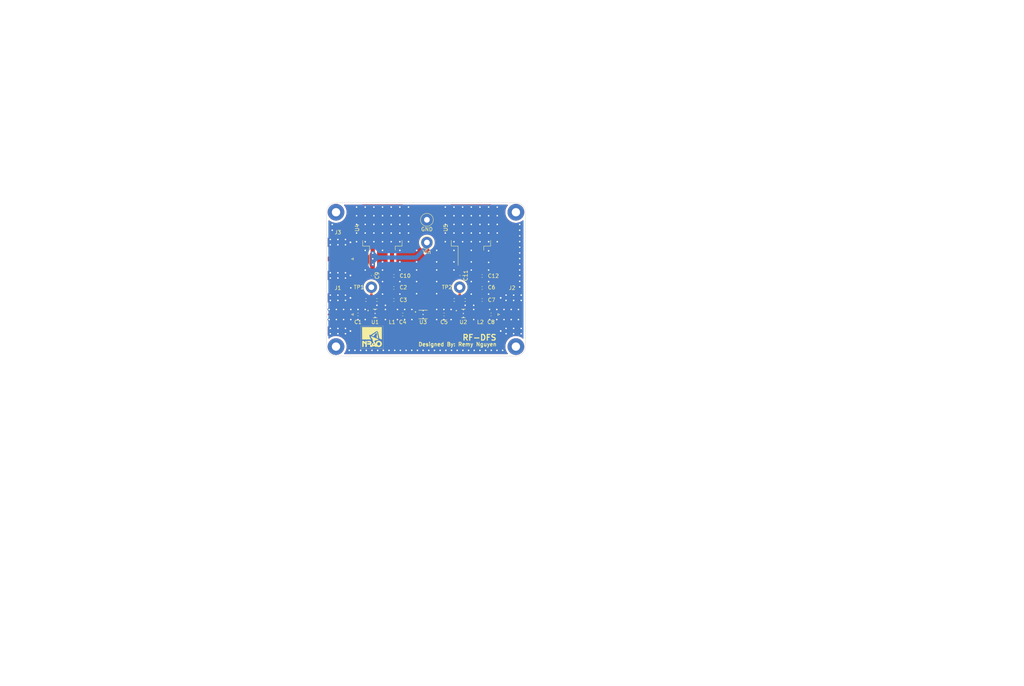
<source format=kicad_pcb>
(kicad_pcb (version 20221018) (generator pcbnew)
  (layers (0 "F.Cu" signal) (1 "In1.Cu" signal) (2 "In2.Cu" signal) (31 "B.Cu" signal) (34 "B.Paste" user) (35 "F.Paste" user) (36 "B.SilkS" user "B.Silkscreen") (37 "F.SilkS" user "F.Silkscreen") (38 "B.Mask" user) (39 "F.Mask" user) (44 "Edge.Cuts" user))
  (net 0 "")
  (net 1 "Net-(U1-RF-IN)")
  (net 2 "Net-(U1-RF-OUT)")
  (net 3 "Vdd1")
  (net 4 "GND")
  (net 5 "Net-(U2-RF-IN)")
  (net 6 "Vdd2")
  (net 7 "Net-(U2-RF-OUT)")
  (net 8 "Vin")
  (net 9 "Net-(U1-LADJ)")
  (net 10 "Net-(U2-LADJ)")
  (net 11 "/LNA Biasing2/LNA-IN")
  (net 12 "/LNA Biasing2/LNA-OUT")
  (net 13 "/LNA Biasing1/LNA-IN")
  (net 14 "/LNA Biasing1/LNA-OUT")
  (footprint "Capacitor_SMD:C_0402_1005Metric" (layer "F.Cu") (at 117.003154 91.862077)
    (fp_text reference "C3")
    (fp_text value "100pF")
  )
  (footprint "MountingHole:MountingHole_2.2mm_M2_Pad" (layer "F.Cu") (at 101.722077 68.682077)
    (fp_text reference "REF**" hide)
    (fp_text value "2.2mm M2" hide)
  )
  (footprint "TestPoint:TestPoint_Loop_D2.54mm_Drill1.5mm_Beaded" (layer "F.Cu") (at 125.722077 76.682077)
    (fp_text reference "Vin")
    (fp_text value "Vin" hide)
  )
  (footprint "Imports:MC1630_MNC" (layer "F.Cu") (at 124.722077 95.694077)
    (fp_text reference "U3")
    (fp_text value "YAT-1A+")
  )
  (footprint "Inductor_SMD:L_0402_1005Metric" (layer "F.Cu") (at 116.523154 95.209077 -90)
    (fp_text reference "L1")
    (fp_text value "56nH")
  )
  (footprint "Resistor_SMD:R_0402_1005Metric" (layer "F.Cu") (at 132.931077 91.862077)
    (fp_text reference "R2" hide)
    (fp_text value "100k")
  )
  (footprint "Capacitor_SMD:C_0402_1005Metric" (layer "F.Cu") (at 107.522077 95.694077)
    (fp_text reference "C1")
    (fp_text value "150pF")
  )
  (footprint "Connector_Coaxial:SMA_Molex_73251-1153_EdgeMount_Horizontal" (layer "F.Cu") (at 146.932077 95.694077 180)
    (fp_text reference "J2")
    (fp_text value "Conn_Coaxial" hide)
  )
  (footprint "Capacitor_SMD:C_0402_1005Metric" (layer "F.Cu") (at 130.242077 95.694077)
    (fp_text reference "C5")
    (fp_text value "150pF")
  )
  (footprint "Capacitor_SMD:C_0402_1005Metric" (layer "F.Cu") (at 111.418954 85.407877 -90)
    (fp_text reference "C9")
    (fp_text value "0.33uF")
  )
  (footprint "imports:RF-DFS-GCPW-OSH" (layer "F.Cu") (at 237.1 113.5)
    (fp_text reference "G***" hide)
    (fp_text value "LOGO" hide)
  )
  (footprint "Connector_Coaxial:SMA_Molex_73251-1153_EdgeMount_Horizontal" (layer "F.Cu") (at 103.812077 95.694077)
    (fp_text reference "J1")
    (fp_text value "Conn_Coaxial" hide)
  )
  (footprint "Package_TO_SOT_SMD:TO-263-2" (layer "F.Cu") (at 113.958954 72.807477 90)
    (fp_text reference "U4")
    (fp_text value "L7805")
  )
  (footprint "Package_TO_SOT_SMD:TO-263-2" (layer "F.Cu") (at 137.344077 72.807477 90)
    (fp_text reference "U5")
    (fp_text value "L7805")
  )
  (footprint "MountingHole:MountingHole_2.2mm_M2_Pad" (layer "F.Cu") (at 149.222077 104.182077)
    (fp_text reference "REF**" hide)
    (fp_text value "2.2mm M2" hide)
  )
  (footprint "Resistor_SMD:R_0402_1005Metric" (layer "F.Cu") (at 135.831077 91.862077)
    (fp_text reference "R4" hide)
    (fp_text value "100k")
  )
  (footprint "TestPoint:TestPoint_Loop_D2.54mm_Drill1.5mm_Beaded" (layer "F.Cu") (at 125.722077 70.682077)
    (fp_text reference "GND")
    (fp_text value "GND" hide)
  )
  (footprint "MountingHole:MountingHole_2.2mm_M2_Pad" (layer "F.Cu") (at 149.222077 68.682077)
    (fp_text reference "REF**" hide)
    (fp_text value "2.2mm M2" hide)
  )
  (footprint "Capacitor_SMD:C_0402_1005Metric" (layer "F.Cu") (at 140.312077 85.512077)
    (fp_text reference "C12")
    (fp_text value "0.1uF")
  )
  (footprint "Capacitor_SMD:C_0402_1005Metric" (layer "F.Cu") (at 117.003154 85.512077)
    (fp_text reference "C10")
    (fp_text value "0.1uF")
  )
  (footprint "Capacitor_SMD:C_0402_1005Metric" (layer "F.Cu") (at 134.804077 85.408277 -90)
    (fp_text reference "C11")
    (fp_text value "0.33uF")
  )
  (footprint "Capacitor_SMD:C_0402_1005Metric" (layer "F.Cu") (at 140.312077 91.862077)
    (fp_text reference "C7")
    (fp_text value "100pF")
  )
  (footprint "Capacitor_SMD:C_0402_1005Metric" (layer "F.Cu") (at 117.003154 88.687077)
    (fp_text reference "C2")
    (fp_text value "1uF")
  )
  (footprint "Connector_Coaxial:SMA_Molex_73251-1153_EdgeMount_Horizontal" (layer "F.Cu") (at 103.812077 81.014077)
    (fp_text reference "J3")
    (fp_text value "Conn_Coaxial" hide)
  )
  (footprint "Inductor_SMD:L_0402_1005Metric" (layer "F.Cu") (at 139.832077 95.209077 -90)
    (fp_text reference "L2")
    (fp_text value "56nH")
  )
  (footprint "Resistor_SMD:R_0402_1005Metric" (layer "F.Cu") (at 112.522077 91.862077)
    (fp_text reference "R3" hide)
    (fp_text value "100k")
  )
  (footprint "Imports:SON8_PMA2_MNC" (layer "F.Cu") (at 135.348977 95.428266)
    (fp_text reference "U2")
    (fp_text value "PMA2-63LN+")
  )
  (footprint "MountingHole:MountingHole_2.2mm_M2_Pad" (layer "F.Cu") (at 101.722077 104.182077)
    (fp_text reference "REF**" hide)
    (fp_text value "2.2mm M2" hide)
  )
  (footprint "Resistor_SMD:R_0402_1005Metric" (layer "F.Cu") (at 109.622077 91.862077)
    (fp_text reference "R1" hide)
    (fp_text value "100k")
  )
  (footprint "Capacitor_SMD:C_0402_1005Metric" (layer "F.Cu") (at 140.312077 88.687077)
    (fp_text reference "C6")
    (fp_text value "1uF")
  )
  (footprint "Imports:SON8_PMA2_MNC" (layer "F.Cu") (at 112.040054 95.428266)
    (fp_text reference "U1")
    (fp_text value "PMA2-63LN+")
  )
  (footprint "Capacitor_SMD:C_0402_1005Metric" (layer "F.Cu") (at 119.345154 95.694077)
    (fp_text reference "C4")
    (fp_text value "150pF")
  )
  (footprint "TestPoint:TestPoint_Loop_D2.54mm_Drill1.5mm_Beaded" (layer "F.Cu") (at 134.371077 88.492077)
    (fp_text reference "TP2")
    (fp_text value "TestPoint" hide)
  )
  (footprint "Capacitor_SMD:C_0402_1005Metric" (layer "F.Cu") (at 142.654077 95.694077)
    (fp_text reference "C8")
    (fp_text value "150pF")
  )
  (footprint "TestPoint:TestPoint_Loop_D2.54mm_Drill1.5mm_Beaded" (layer "F.Cu") (at 111.062077 88.492077)
    (fp_text reference "TP1")
    (fp_text value "TestPoint" hide)
  )
  (footprint "footprints.pretty:nrao1_6mm_silk" (layer "F.Cu") (at 111.222077 101.672077)
    (fp_text reference "G***" hide)
    (fp_text value "LOGO" hide)
  )
  (gr_arc (start 99.222077 68.682077) (mid 99.95431 66.91431) (end 101.722077 66.182077) (stroke (width 0.1)) (layer "Edge.Cuts"))
  (gr_arc (start 101.722077 106.682077) (mid 99.954369 105.949785) (end 99.222077 104.182077) (stroke (width 0.1)) (layer "Edge.Cuts"))
  (gr_line (start 99.222077 104.182077) (end 99.222077 68.682077) (stroke (width 0.1)) (layer "Edge.Cuts"))
  (gr_line (start 151.722077 68.682077) (end 151.722077 104.182077) (stroke (width 0.1)) (layer "Edge.Cuts"))
  (gr_arc (start 151.722077 104.182077) (mid 150.989844 105.949844) (end 149.222077 106.682077) (stroke (width 0.1)) (layer "Edge.Cuts"))
  (gr_line (start 101.722077 66.182077) (end 149.222077 66.182077) (stroke (width 0.1)) (layer "Edge.Cuts"))
  (gr_arc (start 149.222077 66.182077) (mid 150.989903 66.914251) (end 151.722077 68.682077) (stroke (width 0.1)) (layer "Edge.Cuts"))
  (gr_line (start 149.222077 106.682077) (end 101.722077 106.682077) (stroke (width 0.1)) (layer "Edge.Cuts"))
  (gr_text "RF-DFS" (at 144.222077 102.672077) (layer "F.SilkS") (effects (font (size 1.5 1.5) (thickness 0.3) bold) (justify right bottom)))
  (gr_text "Designed By: Remy Nguyen" (at 144.222077 104.172077) (layer "F.SilkS") (effects (font (size 1 1) (thickness 0.2) bold) (justify right bottom)))
  (segment (start 108.002077 95.694077) (end 110.084254 95.694077) (width 0.418) (layer "F.Cu") (net 1))
  (segment (start 118.865154 95.694077) (end 113.983154 95.694077) (width 0.418) (layer "F.Cu") (net 2))
  (segment (start 113.032077 91.862077) (end 116.523154 91.862077) (width 0.56) (layer "F.Cu") (net 3))
  (segment (start 116.523154 94.724077) (end 116.523154 84.548077) (width 0.56) (layer "F.Cu") (net 3))
  (via (at 107.150077 74.182) (size 0.8) (drill 0.4) (layers "F.Cu" "B.Cu") (net 4))
  (via (at 149.89 97.042) (size 0.8) (drill 0.4) (layers "F.Cu" "B.Cu") (net 4))
  (via (at 126.222077 105.172077) (size 0.8) (drill 0.4) (layers "F.Cu" "B.Cu") (net 4))
  (via (at 114.008077 83.961) (size 0.8) (drill 0.4) (layers "F.Cu" "B.Cu") (net 4))
  (via (at 111.722077 74.182) (size 0.8) (drill 0.4) (layers "F.Cu" "B.Cu") (net 4))
  (via (at 118.580077 78.754) (size 0.8) (drill 0.4) (layers "F.Cu" "B.Cu") (net 4))
  (via (at 124.722077 105.172077) (size 0.8) (drill 0.4) (layers "F.Cu" "B.Cu") (net 4))
  (via (at 150.222077 82.432077) (size 0.8) (drill 0.4) (layers "F.Cu" "B.Cu") (net 4))
  (via (at 107.150077 69.61) (size 0.8) (drill 0.4) (layers "F.Cu" "B.Cu") (net 4))
  (via (at 114.008077 81.802) (size 0.8) (drill 0.4) (layers "F.Cu" "B.Cu") (net 4))
  (via (at 150.222077 74.932077) (size 0.8) (drill 0.4) (layers "F.Cu" "B.Cu") (net 4))
  (via (at 99.911077 94.375) (size 0.8) (drill 0.4) (layers "F.Cu" "B.Cu") (net 4))
  (via (at 114.008077 71.896) (size 0.8) (drill 0.4) (layers "F.Cu" "B.Cu") (net 4))
  (via (at 135.222077 105.172077) (size 0.8) (drill 0.4) (layers "F.Cu" "B.Cu") (net 4))
  (via (at 137.444 87.009) (size 0.8) (drill 0.4) (layers "F.Cu" "B.Cu") (net 4))
  (via (at 102.222077 84.682077) (size 0.8) (drill 0.4) (layers "F.Cu" "B.Cu") (net 4))
  (via (at 114.008077 76.468) (size 0.8) (drill 0.4) (layers "F.Cu" "B.Cu") (net 4))
  (via (at 100.222077 77.282077) (size 0.8) (drill 0.4) (layers "F.Cu" "B.Cu") (net 4))
  (via (at 118.580077 81.802) (size 0.8) (drill 0.4) (layers "F.Cu" "B.Cu") (net 4))
  (via (at 118.580077 87.009) (size 0.8) (drill 0.4) (layers "F.Cu" "B.Cu") (net 4))
  (via (at 144.302 74.182) (size 0.8) (drill 0.4) (layers "F.Cu" "B.Cu") (net 4))
  (via (at 123 83.952) (size 0.8) (drill 0.4) (layers "F.Cu" "B.Cu") (net 4))
  (via (at 135.158 71.896) (size 0.8) (drill 0.4) (layers "F.Cu" "B.Cu") (net 4))
  (via (at 150.222077 85.432077) (size 0.8) (drill 0.4) (layers "F.Cu" "B.Cu") (net 4))
  (via (at 138.222077 105.172077) (size 0.8) (drill 0.4) (layers "F.Cu" "B.Cu") (net 4))
  (via (at 105.222077 105.172077) (size 0.8) (drill 0.4) (layers "F.Cu" "B.Cu") (net 4))
  (via (at 117.945077 94.375) (size 0.8) (drill 0.4) (layers "F.Cu" "B.Cu") (net 4))
  (via (at 135.158 74.182) (size 0.8) (drill 0.4) (layers "F.Cu" "B.Cu") (net 4))
  (via (at 142.016 90.311) (size 0.8) (drill 0.4) (layers "F.Cu" "B.Cu") (net 4))
  (via (at 118.580077 69.61) (size 0.8) (drill 0.4) (layers "F.Cu" "B.Cu") (net 4))
  (via (at 123 87) (size 0.8) (drill 0.4) (layers "F.Cu" "B.Cu") (net 4))
  (via (at 118.580077 76.468) (size 0.8) (drill 0.4) (layers "F.Cu" "B.Cu") (net 4))
  (via (at 107.150077 76.468) (size 0.8) (drill 0.4) (layers "F.Cu" "B.Cu") (net 4))
  (via (at 137.444 71.896) (size 0.8) (drill 0.4) (layers "F.Cu" "B.Cu") (net 4))
  (via (at 114.770077 97.042) (size 0.8) (drill 0.4) (layers "F.Cu" "B.Cu") (net 4))
  (via (at 106.722077 105.172077) (size 0.8) (drill 0.4) (layers "F.Cu" "B.Cu") (net 4))
  (via (at 114.770077 94.375) (size 0.8) (drill 0.4) (layers "F.Cu" "B.Cu") (net 4))
  (via (at 116.294077 76.468) (size 0.8) (drill 0.4) (layers "F.Cu" "B.Cu") (net 4))
  (via (at 121.722077 105.172077) (size 0.8) (drill 0.4) (layers "F.Cu" "B.Cu") (net 4))
  (via (at 102.222077 90.582077) (size 0.8) (drill 0.4) (layers "F.Cu" "B.Cu") (net 4))
  (via (at 116.294077 74.182) (size 0.8) (drill 0.4) (layers "F.Cu" "B.Cu") (net 4))
  (via (at 128.3 90.202) (size 0.8) (drill 0.4) (layers "F.Cu" "B.Cu") (net 4))
  (via (at 142.722077 105.172077) (size 0.8) (drill 0.4) (layers "F.Cu" "B.Cu") (net 4))
  (via (at 104.222077 99.382077) (size 0.8) (drill 0.4) (layers "F.Cu" "B.Cu") (net 4))
  (via (at 103.721077 94.375) (size 0.8) (drill 0.4) (layers "F.Cu" "B.Cu") (net 4))
  (via (at 149.89 94.375) (size 0.8) (drill 0.4) (layers "F.Cu" "B.Cu") (net 4))
  (via (at 101.816077 94.375) (size 0.8) (drill 0.4) (layers "F.Cu" "B.Cu") (net 4))
  (via (at 139.73 69.61) (size 0.8) (drill 0.4) (layers "F.Cu" "B.Cu") (net 4))
  (via (at 137.444 76.468) (size 0.8) (drill 0.4) (layers "F.Cu" "B.Cu") (net 4))
  (via (at 118.580077 71.896) (size 0.8) (drill 0.4) (layers "F.Cu" "B.Cu") (net 4))
  (via (at 109.722077 105.172077) (size 0.8) (drill 0.4) (layers "F.Cu" "B.Cu") (net 4))
  (via (at 119.850077 94.375) (size 0.8) (drill 0.4) (layers "F.Cu" "B.Cu") (net 4))
  (via (at 100.222077 75.882077) (size 0.8) (drill 0.4) (layers "F.Cu" "B.Cu") (net 4))
  (via (at 109.436077 76.468) (size 0.8) (drill 0.4) (layers "F.Cu" "B.Cu") (net 4))
  (via (at 132.11 94.375) (size 0.8) (drill 0.4) (layers "F.Cu" "B.Cu") (net 4))
  (via (at 114.772077 93.282077) (size 0.8) (drill 0.4) (layers "F.Cu" "B.Cu") (net 4))
  (via (at 120.866077 67.324) (size 0.8) (drill 0.4) (layers "F.Cu" "B.Cu") (net 4))
  (via (at 116.294077 71.896) (size 0.8) (drill 0.4) (layers "F.Cu" "B.Cu") (net 4))
  (via (at 123 78.754) (size 0.8) (drill 0.4) (layers "F.Cu" "B.Cu") (net 4))
  (via (at 142.016 76.468) (size 0.8) (drill 0.4) (layers "F.Cu" "B.Cu") (net 4))
  (via (at 111.222077 105.172077) (size 0.8) (drill 0.4) (layers "F.Cu" "B.Cu") (net 4))
  (via (at 112.040054 95.428266) (size 0.6) (drill 0.3) (layers "F.Cu" "B.Cu") (net 4))
  (via (at 105.626077 94.375) (size 0.8) (drill 0.4) (layers "F.Cu" "B.Cu") (net 4))
  (via (at 121.755077 97.042) (size 0.8) (drill 0.4) (layers "F.Cu" "B.Cu") (net 4))
  (via (at 150.622077 90.582077) (size 0.8) (drill 0.4) (layers "F.Cu" "B.Cu") (net 4))
  (via (at 114.008077 67.324) (size 0.8) (drill 0.4) (layers "F.Cu" "B.Cu") (net 4))
  (via (at 138.072077 93.282077) (size 0.8) (drill 0.4) (layers "F.Cu" "B.Cu") (net 4))
  (via (at 104.222077 90.582077) (size 0.8) (drill 0.4) (layers "F.Cu" "B.Cu") (net 4))
  (via (at 111.722077 69.61) (size 0.8) (drill 0.4) (layers "F.Cu" "B.Cu") (net 4))
  (via (at 137.444 81.802) (size 0.8) (drill 0.4) (layers "F.Cu" "B.Cu") (net 4))
  (via (at 109.436077 69.61) (size 0.8) (drill 0.4) (layers "F.Cu" "B.Cu") (net 4))
  (via (at 109.436077 78.754) (size 0.8) (drill 0.4) (layers "F.Cu" "B.Cu") (net 4))
  (via (at 111.722077 67.324) (size 0.8) (drill 0.4) (layers "F.Cu" "B.Cu") (net 4))
  (via (at 146.622077 100.782077) (size 0.8) (drill 0.4) (layers "F.Cu" "B.Cu") (net 4))
  (via (at 139.73 71.896) (size 0.8) (drill 0.4) (layers "F.Cu" "B.Cu") (net 4))
  (via (at 130.586 67.324) (size 0.8) (drill 0.4) (layers "F.Cu" "B.Cu") (net 4))
  (via (at 132.872 81.802) (size 0.8) (drill 0.4) (layers "F.Cu" "B.Cu") (net 4))
  (via (at 123 90.202) (size 0.8) (drill 0.4) (layers "F.Cu" "B.Cu") (net 4))
  (via (at 130.205 97.042) (size 0.8) (drill 0.4) (layers "F.Cu" "B.Cu") (net 4))
  (via (at 129.222077 105.172077) (size 0.8) (drill 0.4) (layers "F.Cu" "B.Cu") (net 4))
  (via (at 135.158 69.61) (size 0.8) (drill 0.4) (layers "F.Cu" "B.Cu") (net 4))
  (via (at 138.079 94.375) (size 0.8) (drill 0.4) (layers "F.Cu" "B.Cu") (net 4))
  (via (at 150.622077 100.782077) (size 0.8) (drill 0.4) (layers "F.Cu" "B.Cu") (net 4))
  (via (at 130.586 71.896) (size 0.8) (drill 0.4) (layers "F.Cu" "B.Cu") (net 4))
  (via (at 142.27 97.042) (size 0.8) (drill 0.4) (layers "F.Cu" "B.Cu") (net 4))
  (via (at 142.27 94.375) (size 0.8) (drill 0.4) (layers "F.Cu" "B.Cu") (net 4))
  (via (at 128.3 94.375) (size 0.8) (drill 0.4) (layers "F.Cu" "B.Cu") (net 4))
  (via (at 137.444 69.61) (size 0.8) (drill 0.4) (layers "F.Cu" "B.Cu") (net 4))
  (via (at 127.722077 105.172077) (size 0.8) (drill 0.4) (layers "F.Cu" "B.Cu") (net 4))
  (via (at 141.222077 105.172077) (size 0.8) (drill 0.4) (layers "F.Cu" "B.Cu") (net 4))
  (via (at 132.222077 105.172077) (size 0.8) (drill 0.4) (layers "F.Cu" "B.Cu") (net 4))
  (via (at 132.11 97.042) (size 0.8) (drill 0.4) (layers "F.Cu" "B.Cu") (net 4))
  (via (at 120.866077 76.468) (size 0.8) (drill 0.4) (layers "F.Cu" "B.Cu") (net 4))
  (via (at 114.008077 78.754) (size 0.8) (drill 0.4) (layers "F.Cu" "B.Cu") (net 4))
  (via (at 150.222077 76.432077) (size 0.8) (drill 0.4) (layers "F.Cu" "B.Cu") (net 4))
  (via (at 105.626077 88.66) (size 0.8) (drill 0.4) (layers "F.Cu" "B.Cu") (net 4))
  (via (at 142.016 67.324) (size 0.8) (drill 0.4) (layers "F.Cu" "B.Cu") (net 4))
  (via (at 118.580077 67.324) (size 0.8) (drill 0.4) (layers "F.Cu" "B.Cu") (net 4))
  (via (at 121.755077 94.375) (size 0.8) (drill 0.4) (layers "F.Cu" "B.Cu") (net 4))
  (via (at 144.302 69.61) (size 0.8) (drill 0.4) (layers "F.Cu" "B.Cu") (net 4))
  (via (at 102.222077 75.882077) (size 0.8) (drill 0.4) (layers "F.Cu" "B.Cu") (net 4))
  (via (at 133.722077 105.172077) (size 0.8) (drill 0.4) (layers "F.Cu" "B.Cu") (net 4))
  (via (at 139.73 74.182) (size 0.8) (drill 0.4) (layers "F.Cu" "B.Cu") (net 4))
  (via (at 120.222077 105.172077) (size 0.8) (drill 0.4) (layers "F.Cu" "B.Cu") (net 4))
  (via (at 150.222077 79.432077) (size 0.8) (drill 0.4) (layers "F.Cu" "B.Cu") (net 4))
  (via (at 120.866077 71.896) (size 0.8) (drill 0.4) (layers "F.Cu" "B.Cu") (net 4))
  (via (at 112.722077 105.172077) (size 0.8) (drill 0.4) (layers "F.Cu" "B.Cu") (net 4))
  (via (at 124.722077 94.694077) (size 0.6) (drill 0.3) (layers "F.Cu" "B.Cu") (net 4))
  (via (at 144.175 94.375) (size 0.8) (drill 0.4) (layers "F.Cu" "B.Cu") (net 4))
  (via (at 142.016 69.61) (size 0.8) (drill 0.4) (layers "F.Cu" "B.Cu") (net 4))
  (via (at 150.222077 80.932077) (size 0.8) (drill 0.4) (layers "F.Cu" "B.Cu") (net 4))
  (via (at 135.348977 96.428266) (size 0.6) (drill 0.3) (layers "F.Cu" "B.Cu") (net 4))
  (via (at 146.622077 99.382077) (size 0.8) (drill 0.4) (layers "F.Cu" "B.Cu") (net 4))
  (via (at 144.175 97.042) (size 0.8) (drill 0.4) (layers "F.Cu" "B.Cu") (net 4))
  (via (at 130.722077 105.172077) (size 0.8) (drill 0.4) (layers "F.Cu" "B.Cu") (net 4))
  (via (at 114.008077 87.009) (size 0.8) (drill 0.4) (layers "F.Cu" "B.Cu") (net 4))
  (via (at 148.622077 100.782077) (size 0.8) (drill 0.4) (layers "F.Cu" "B.Cu") (net 4))
  (via (at 104.222077 100.782077) (size 0.8) (drill 0.4) (layers "F.Cu" "B.Cu") (net 4))
  (via (at 100.222077 90.582077) (size 0.8) (drill 0.4) (layers "F.Cu" "B.Cu") (net 4))
  (via (at 100.722077 71.932077) (size 0.8) (drill 0.4) (layers "F.Cu" "B.Cu") (net 4))
  (via (at 150.222077 83.932077) (size 0.8) (drill 0.4) (layers "F.Cu" "B.Cu") (net 4))
  (via (at 138.079 97.042) (size 0.8) (drill 0.4) (layers "F.Cu" "B.Cu") (net 4))
  (via (at 137.444 78.754) (size 0.8) (drill 0.4) (layers "F.Cu" "B.Cu") (net 4))
  (via (at 146.622077 90.582077) (size 0.8) (drill 0.4) (layers "F.Cu" "B.Cu") (net 4))
  (via (at 115.722077 105.172077) (size 0.8) (drill 0.4) (layers "F.Cu" "B.Cu") (net 4))
  (via (at 118.580077 83.961) (size 0.8) (drill 0.4) (layers "F.Cu" "B.Cu") (net 4))
  (via (at 142.016 87.009) (size 0.8) (drill 0.4) (layers "F.Cu" "B.Cu") (net 4))
  (via (at 150.222077 86.932077) (size 0.8) (drill 0.4) (layers "F.Cu" "B.Cu") (net 4))
  (via (at 132.872 78.754) (size 0.8) (drill 0.4) (layers "F.Cu" "B.Cu") (net 4))
  (via (at 135.158 76.468) (size 0.8) (drill 0.4) (layers "F.Cu" "B.Cu") (net 4))
  (via (at 100.222077 91.982077) (size 0.8) (drill 0.4) (layers "F.Cu" "B.Cu") (net 4))
  (via (at 107.150077 67.324) (size 0.8) (drill 0.4) (layers "F.Cu" "B.Cu") (net 4))
  (via (at 124.722077 95.694077) (size 0.6) (drill 0.3) (layers "F.Cu" "B.Cu") (net 4))
  (via (at 108.222077 105.172077) (size 0.8) (drill 0.4) (layers "F.Cu" "B.Cu") (net 4))
  (via (at 102.222077 99.382077) (size 0.8) (drill 0.4) (layers "F.Cu" "B.Cu") (net 4))
  (via (at 109.436077 74.182) (size 0.8) (drill 0.4) (layers "F.Cu" "B.Cu") (net 4))
  (via (at 102.222077 77.282077) (size 0.8) (drill 0.4) (layers "F.Cu" "B.Cu") (net 4))
  (via (at 105.626077 97.042) (size 0.8) (drill 0.4) (layers "F.Cu" "B.Cu") (net 4))
  (via (at 112.522077 93.272077) (size 0.8) (drill 0.4) (layers "F.Cu" "B.Cu") (net 4))
  (via (at 104.222077 75.882077) (size 0.8) (drill 0.4) (layers "F.Cu" "B.Cu") (net 4))
  (via (at 146.08 94.375) (size 0.8) (drill 0.4) (layers "F.Cu" "B.Cu") (net 4))
  (via (at 114.222077 105.172077) (size 0.8) (drill 0.4) (layers "F.Cu" "B.Cu") (net 4))
  (via (at 128.3 87) (size 0.8) (drill 0.4) (layers "F.Cu" "B.Cu") (net 4))
  (via (at 132.872 69.61) (size 0.8) (drill 0.4) (layers "F.Cu" "B.Cu") (net 4))
  (via (at 102.222077 91.982077) (size 0.8) (drill 0.4) (layers "F.Cu" "B.Cu") (net 4))
  (via (at 100.222077 86.082077) (size 0.8) (drill 0.4) (layers "F.Cu" "B.Cu") (net 4))
  (via (at 100.722077 73.432077) (size 0.8) (drill 0.4) (layers "F.Cu" "B.Cu") (net 4))
  (via (at 107.531077 94.375) (size 0.8) (drill 0.4) (layers "F.Cu" "B.Cu") (net 4))
  (via (at 114.008077 74.182) (size 0.8) (drill 0.4) (layers "F.Cu" "B.Cu") (net 4))
  (via (at 148.622077 99.382077) (size 0.8) (drill 0.4) (layers "F.Cu" "B.Cu") (net 4))
  (via (at 109.436077 97.042) (size 0.8) (drill 0.4) (layers "F.Cu" "B.Cu") (net 4))
  (via (at 100.222077 100.782077) (size 0.8) (drill 0.4) (layers "F.Cu" "B.Cu") (net 4))
  (via (at 147.985 94.375) (size 0.8) (drill 0.4) (layers "F.Cu" "B.Cu") (net 4))
  (via (at 139.73 67.324) (size 0.8) (drill 0.4) (layers "F.Cu" "B.Cu") (net 4))
  (via (at 102.222077 86.082077) (size 0.8) (drill 0.4) (layers "F.Cu" "B.Cu") (net 4))
  (via (at 132.872 71.896) (size 0.8) (drill 0.4) (layers "F.Cu" "B.Cu") (net 4))
  (via (at 142.016 83.961) (size 0.8) (drill 0.4) (layers "F.Cu" "B.Cu") (net 4))
  (via (at 128.3 81.802) (size 0.8) (drill 0.4) (layers "F.Cu" "B.Cu") (net 4))
  (via (at 123.222077 105.172077) (size 0.8) (drill 0.4) (layers "F.Cu" "B.Cu") (net 4))
  (via (at 144.302 71.896) (size 0.8) (drill 0.4) (layers "F.Cu" "B.Cu") (net 4))
  (via (at 120.866077 69.61) (size 0.8) (drill 0.4) (layers "F.Cu" "B.Cu") (net 4))
  (via (at 117.222077 105.172077) (size 0.8) (drill 0.4) (layers "F.Cu" "B.Cu") (net 4))
  (via (at 117.945077 97.042) (size 0.8) (drill 0.4) (layers "F.Cu" "B.Cu") (net 4))
  (via (at 132.872 83.961) (size 0.8) (drill 0.4) (layers "F.Cu" "B.Cu") (net 4))
  (via (at 136.722077 105.172077) (size 0.8) (drill 0.4) (layers "F.Cu" "B.Cu") (net 4))
  (via (at 137.444 83.961) (size 0.8) (drill 0.4) (layers "F.Cu" "B.Cu") (net 4))
  (via (at 145.722077 105.172077) (size 0.8) (drill 0.4) (layers "F.Cu" "B.Cu") (net 4))
  (via (at 142.016 74.182) (size 0.8) (drill 0.4) (layers "F.Cu" "B.Cu") (net 4))
  (via (at 104.222077 86.082077) (size 0.8) (drill 0.4) (layers "F.Cu" "B.Cu") (net 4))
  (via (at 124.722077 96.694077) (size 0.6) (drill 0.3) (layers "F.Cu" "B.Cu") (net 4))
  (via (at 104.222077 77.282077) (size 0.8) (drill 0.4) (layers "F.Cu" "B.Cu") (net 4))
  (via (at 101.816077 97.042) (size 0.8) (drill 0.4) (layers "F.Cu" "B.Cu") (net 4))
  (via (at 120.866077 74.182) (size 0.8) (drill 0.4) (layers "F.Cu" "B.Cu") (net 4))
  (via (at 109.436077 94.375) (size 0.8) (drill 0.4) (layers "F.Cu" "B.Cu") (net 4))
  (via (at 102.222077 100.782077) (size 0.8) (drill 0.4) (layers "F.Cu" "B.Cu") (net 4))
  (via (at 109.436077 71.896) (size 0.8) (drill 0.4) (layers "F.Cu" "B.Cu") (net 4))
  (via (at 128.3 97.042) (size 0.8) (drill 0.4) (layers "F.Cu" "B.Cu") (net 4))
  (via (at 107.150077 71.896) (size 0.8) (drill 0.4) (layers "F.Cu" "B.Cu") (net 4))
  (via (at 139.73 76.468) (size 0.8) (drill 0.4) (layers "F.Cu" "B.Cu") (net 4))
  (via (at 137.444 90.311) (size 0.8) (drill 0.4) (layers "F.Cu" "B.Cu") (net 4))
  (via (at 147.985 97.042) (size 0.8) (drill 0.4) (layers "F.Cu" "B.Cu") (net 4))
  (via (at 99.911077 97.042) (size 0.8) (drill 0.4) (layers "F.Cu" "B.Cu") (net 4))
  (via (at 118.580077 90.311) (size 0.8) (drill 0.4) (layers "F.Cu" "B.Cu") (net 4))
  (via (at 103.721077 97.042) (size 0.8) (drill 0.4) (layers "F.Cu" "B.Cu") (net 4))
  (via (at 150.222077 88.432077) (size 0.8) (drill 0.4) (layers "F.Cu" "B.Cu") (net 4))
  (via (at 112.040054 94.428266) (size 0.6) (drill 0.3) (layers "F.Cu" "B.Cu") (net 4))
  (via (at 137.444 67.324) (size 0.8) (drill 0.4) (layers "F.Cu" "B.Cu") (net 4))
  (via (at 144.222077 105.172077) (size 0.8) (drill 0.4) (layers "F.Cu" "B.Cu") (net 4))
  (via (at 104.222077 84.682077) (size 0.8) (drill 0.4) (layers "F.Cu" "B.Cu") (net 4))
  (via (at 109.436077 83.961) (size 0.8) (drill 0.4) (layers "F.Cu" "B.Cu") (net 4))
  (via (at 116.294077 67.324) (size 0.8) (drill 0.4) (layers "F.Cu" "B.Cu") (net 4))
  (via (at 116.294077 69.61) (size 0.8) (drill 0.4) (layers "F.Cu" "B.Cu") (net 4))
  (via (at 150.222077 73.432077) (size 0.8) (drill 0.4) (layers "F.Cu" "B.Cu") (net 4))
  (via (at 142.016 71.896) (size 0.8) (drill 0.4) (layers "F.Cu" "B.Cu") (net 4))
  (via (at 150.222077 77.932077) (size 0.8) (drill 0.4) (layers "F.Cu" "B.Cu") (net 4))
  (via (at 132.872 76.468) (size 0.8) (drill 0.4) (layers "F.Cu" "B.Cu") (net 4))
  (via (at 150.622077 91.982077) (size 0.8) (drill 0.4) (layers "F.Cu" "B.Cu") (net 4))
  (via (at 142.016 81.929) (size 0.8) (drill 0.4) (layers "F.Cu" "B.Cu") (net 4))
  (via (at 144.302 76.468) (size 0.8) (drill 0.4) (layers "F.Cu" "B.Cu") (net 4))
  (via (at 146.622077 91.982077) (size 0.8) (drill 0.4) (layers "F.Cu" "B.Cu") (net 4))
  (via (at 123 81.802) (size 0.8) (drill 0.4) (layers "F.Cu" "B.Cu") (net 4))
  (via (at 148.622077 91.982077) (size 0.8) (drill 0.4) (layers "F.Cu" "B.Cu") (net 4))
  (via (at 114.008077 90.311) (size 0.8) (drill 0.4) (layers "F.Cu" "B.Cu") (net 4))
  (via (at 135.348977 94.428266) (size 0.6) (drill 0.3) (layers "F.Cu" "B.Cu") (net 4))
  (via (at 132.872 67.324) (size 0.8) (drill 0.4) (layers "F.Cu" "B.Cu") (net 4))
  (via (at 111.722077 71.896) (size 0.8) (drill 0.4) (layers "F.Cu" "B.Cu") (net 4))
  (via (at 118.580077 74.182) (size 0.8) (drill 0.4) (layers "F.Cu" "B.Cu") (net 4))
  (via (at 100.222077 84.682077) (size 0.8) (drill 0.4) (layers "F.Cu" "B.Cu") (net 4))
  (via (at 150.222077 71.932077) (size 0.8) (drill 0.4) (layers "F.Cu" "B.Cu") (net 4))
  (via (at 109.436077 67.324) (size 0.8) (drill 0.4) (layers "F.Cu" "B.Cu") (net 4))
  (via (at 139.722077 105.172077) (size 0.8) (drill 0.4) (layers "F.Cu" "B.Cu") (net 4))
  (via (at 104.222077 91.982077) (size 0.8) (drill 0.4) (layers "F.Cu" "B.Cu") (net 4))
  (via (at 130.586 74.182) (size 0.8) (drill 0.4) (layers "F.Cu" "B.Cu") (net 4))
  (via (at 135.831077 93.272077) (size 0.8) (drill 0.4) (layers "F.Cu" "B.Cu") (net 4))
  (via (at 132.872 74.182) (size 0.8) (drill 0.4) (layers "F.Cu" "B.Cu") (net 4))
  (via (at 114.008077 69.61) (size 0.8) (drill 0.4) (layers "F.Cu" "B.Cu") (net 4))
  (via (at 148.622077 90.582077) (size 0.8) (drill 0.4) (layers "F.Cu" "B.Cu") (net 4))
  (via (at 150.622077 99.382077) (size 0.8) (drill 0.4) (layers "F.Cu" "B.Cu") (net 4))
  (via (at 135.348977 95.428266) (size 0.6) (drill 0.3) (layers "F.Cu" "B.Cu") (net 4))
  (via (at 112.040054 96.428266) (size 0.6) (drill 0.3) (layers "F.Cu" "B.Cu") (net 4))
  (via (at 128.3 83.952) (size 0.8) (drill 0.4) (layers "F.Cu" "B.Cu") (net 4))
  (via (at 130.205 94.375) (size 0.8) (drill 0.4) (layers "F.Cu" "B.Cu") (net 4))
  (via (at 137.444 74.182) (size 0.8) (drill 0.4) (layers "F.Cu" "B.Cu") (net 4))
  (via (at 119.850077 97.042) (size 0.8) (drill 0.4) (layers "F.Cu" "B.Cu") (net 4))
  (via (at 130.586 69.61) (size 0.8) (drill 0.4) (layers "F.Cu" "B.Cu") (net 4))
  (via (at 111.722077 76.468) (size 0.8) (drill 0.4) (layers "F.Cu" "B.Cu") (net 4))
  (via (at 146.08 97.042) (size 0.8) (drill 0.4) (layers "F.Cu" "B.Cu") (net 4))
  (via (at 135.158 67.324) (size 0.8) (drill 0.4) (layers "F.Cu" "B.Cu") (net 4))
  (via (at 107.531077 97.042) (size 0.8) (drill 0.4) (layers "F.Cu" "B.Cu") (net 4))
  (via (at 118.722077 105.172077) (size 0.8) (drill 0.4) (layers "F.Cu" "B.Cu") (net 4))
  (via (at 100.222077 99.382077) (size 0.8) (drill 0.4) (layers "F.Cu" "B.Cu") (net 4))
  (via (at 142.016 78.881) (size 0.8) (drill 0.4) (layers "F.Cu" "B.Cu") (net 4))
  (via (at 128.3 78.754) (size 0.8) (drill 0.4) (layers "F.Cu" "B.Cu") (net 4))
  (via (at 130.586 76.468) (size 0.8) (drill 0.4) (layers "F.Cu" "B.Cu") (net 4))
  (via (at 144.302 67.324) (size 0.8) (drill 0.4) (layers "F.Cu" "B.Cu") (net 4))
  (segment (start 130.722077 95.694077) (end 133.393177 95.694077) (width 0.418) (layer "F.Cu") (net 5))
  (segment (start 139.832077 94.724077) (end 139.832077 84.548077) (width 0.56) (layer "F.Cu") (net 6))
  (segment (start 136.341077 91.862077) (end 139.832077 91.862077) (width 0.56) (layer "F.Cu") (net 6))
  (segment (start 142.174077 95.694077) (end 137.135769 95.694077) (width 0.418) (layer "F.Cu") (net 7))
  (segment (start 125.722077 78.803397) (end 127.100757 80.182077) (width 1.2) (layer "F.Cu") (net 8))
  (segment (start 125.722077 76.682077) (end 125.722077 78.803397) (width 1.2) (layer "F.Cu") (net 8))
  (segment (start 111.418954 82.4752) (end 111.418954 82.921277) (width 1.1) (layer "F.Cu") (net 8))
  (segment (start 111.418954 80.457477) (end 111.418954 80.978954) (width 1.1) (layer "F.Cu") (net 8))
  (segment (start 111.422077 80.982077) (end 111.418954 80.9852) (width 1.1) (layer "F.Cu") (net 8))
  (segment (start 111.418954 80.978954) (end 111.422077 80.982077) (width 1.1) (layer "F.Cu") (net 8))
  (segment (start 111.418954 82.468954) (end 111.422077 82.472077) (width 1.1) (layer "F.Cu") (net 8))
  (segment (start 111.422077 82.472077) (end 111.418954 82.4752) (width 1.1) (layer "F.Cu") (net 8))
  (segment (start 102.092077 81.014077) (end 109.554077 81.014077) (width 1.2) (layer "F.Cu") (net 8))
  (segment (start 127.100757 80.182077) (end 132.472077 80.182077) (width 1.2) (layer "F.Cu") (net 8))
  (segment (start 134.804077 80.457477) (end 134.804077 82.972077) (width 1.1) (layer "F.Cu") (net 8))
  (segment (start 111.418954 80.9852) (end 111.418954 82.468954) (width 1.1) (layer "F.Cu") (net 8))
  (via (at 111.422077 79.472077) (size 0.8) (drill 0.4) (layers "F.Cu" "B.Cu") (net 8))
  (via (at 111.422077 80.982077) (size 0.8) (drill 0.4) (layers "F.Cu" "B.Cu") (net 8))
  (via (at 111.422077 82.472077) (size 0.8) (drill 0.4) (layers "F.Cu" "B.Cu") (net 8))
  (segment (start 112.602 80.652) (end 122.880423 80.652) (width 1.1) (layer "B.Cu") (net 8))
  (segment (start 112.602 80.652) (end 111.422077 79.472077) (width 1.1) (layer "B.Cu") (net 8))
  (segment (start 125.722077 77.810346) (end 125.722077 76.682077) (width 1.1) (layer "B.Cu") (net 8))
  (segment (start 112.602 80.652) (end 111.422077 81.831923) (width 1.1) (layer "B.Cu") (net 8))
  (segment (start 122.880423 80.652) (end 125.722077 77.810346) (width 1.1) (layer "B.Cu") (net 8))
  (segment (start 111.422077 79.472077) (end 111.422077 82.472077) (width 1.1) (layer "B.Cu") (net 8))
  (segment (start 111.062154 88.492154) (end 111.062077 88.492077) (width 0.63) (layer "F.Cu") (net 9))
  (segment (start 110.435769 91.862077) (end 111.735769 91.862077) (width 0.63) (layer "F.Cu") (net 9))
  (segment (start 111.062154 94.297077) (end 111.062154 88.492154) (width 0.63) (layer "F.Cu") (net 9))
  (segment (start 133.735769 91.862077) (end 135.035769 91.862077) (width 0.63) (layer "F.Cu") (net 10))
  (segment (start 134.371077 94.297077) (end 134.371077 88.492077) (width 0.63) (layer "F.Cu") (net 10))
  (segment (start 129.722077 95.694077) (end 126.722077 95.694077) (width 0.418) (layer "F.Cu") (net 11))
  (segment (start 143.134077 95.694077) (end 148.652077 95.694077) (width 0.418) (layer "F.Cu") (net 12))
  (segment (start 107.042077 95.694077) (end 102.092077 95.694077) (width 0.418) (layer "F.Cu") (net 13))
  (segment (start 119.825154 95.694077) (end 122.722077 95.694077) (width 0.418) (layer "F.Cu") (net 14))
  (zone (net 8) (net_name "Vin") (layer "F.Cu") (priority 17540) (connect_pads yes (clearance 0)) (min_thickness 0.0254) (fill yes (thermal_gap 0.5) (thermal_bridge_width 0.5))
    (polygon (pts (xy 134.804077 82.889577) (xy 134.254077 82.966477) (xy 134.260797 83.222143) (xy 134.279037 83.4426) (xy 134.305916 83.634927) (xy 134.338557 83.806204) (xy 134.374077 83.963511) (xy 134.409597 84.113927) (xy 134.442237 84.264532) (xy 134.469117 84.422405) (xy 134.487357 84.594627) (xy 134.494077 84.788277) (xy 134.494077 84.928277) (xy 134.804077 84.965477) (xy 135.114077 84.928277) (xy 135.114077 84.788277) (xy 135.120797 84.594627) (xy 135.139037 84.422405) (xy 135.165916 84.264532) (xy 135.198557 84.113927) (xy 135.234077 83.963511) (xy 135.269597 83.806204) (xy 135.302237 83.634927) (xy 135.329117 83.4426) (xy 135.347357 83.222143) (xy 135.354077 82.966477)))
  )
  (zone (net 2) (net_name "Net-(U1-RF-OUT)") (layer "F.Cu") (priority 17540) (connect_pads yes (clearance 0)) (min_thickness 0.0254) (fill yes (thermal_gap 0.5) (thermal_bridge_width 0.5) (smoothing fillet) (radius 2.54))
    (polygon (pts (xy 114.014504 95.694077) (xy 113.989758 95.485077) (xy 113.877534 95.486421) (xy 113.780465 95.49005) (xy 113.695519 95.495354) (xy 113.619662 95.501727) (xy 113.54986 95.50856) (xy 113.483079 95.515245) (xy 113.416286 95.521175) (xy 113.346448 95.52574) (xy 113.270531 95.528334) (xy 113.185501 95.528349) (xy 113.020401 95.528349) (xy 112.999957 95.678036) (xy 113.017954 95.828329) (xy 113.183054 95.828329) (xy 113.26853 95.830421) (xy 113.344726 95.836102) (xy 113.414722 95.844474) (xy 113.481596 95.85464) (xy 113.548429 95.865703) (xy 113.6183 95.876765) (xy 113.694289 95.886931) (xy 113.779475 95.895303) (xy 113.876938 95.900984) (xy 113.989758 95.903077)))
  )
  (zone (net 9) (net_name "Net-(U1-LADJ)") (layer "F.Cu") (priority 17540) (connect_pads yes (clearance 0)) (min_thickness 0.0254) (fill yes (thermal_gap 0.5) (thermal_bridge_width 0.5) (smoothing fillet) (radius 2.54))
    (polygon (pts (xy 110.503019 91.862077) (xy 110.461169 91.547077) (xy 110.43411 91.546937) (xy 110.410695 91.546557) (xy 110.390194 91.545996) (xy 110.371879 91.545317) (xy 110.355021 91.544577) (xy 110.338892 91.543837) (xy 110.322761 91.543156) (xy 110.305901 91.542597) (xy 110.287582 91.542217) (xy 110.267077 91.542077) (xy 110.132077 91.542077) (xy 110.093677 91.862077) (xy 110.132077 92.182077) (xy 110.267077 92.182077) (xy 110.287582 92.181937) (xy 110.305901 92.181557) (xy 110.322761 92.180996) (xy 110.338892 92.180317) (xy 110.355021 92.179577) (xy 110.371879 92.178837) (xy 110.390194 92.178156) (xy 110.410695 92.177597) (xy 110.43411 92.177217) (xy 110.461169 92.177077)))
  )
  (zone (net 9) (net_name "Net-(U1-LADJ)") (layer "F.Cu") (priority 17540) (connect_pads yes (clearance 0)) (min_thickness 0.0254) (fill yes (thermal_gap 0.5) (thermal_bridge_width 0.5) (smoothing fillet) (radius 2.54))
    (polygon (pts (xy 111.638519 91.862077) (xy 111.680369 92.177077) (xy 111.707792 92.177217) (xy 111.731522 92.177597) (xy 111.752299 92.178156) (xy 111.770861 92.178837) (xy 111.787946 92.179577) (xy 111.804293 92.180317) (xy 111.820641 92.180996) (xy 111.837729 92.181557) (xy 111.856294 92.181937) (xy 111.877077 92.182077) (xy 112.012077 92.182077) (xy 112.050477 91.862077) (xy 112.012077 91.542077) (xy 111.877077 91.542077) (xy 111.856294 91.542217) (xy 111.837729 91.542597) (xy 111.820641 91.543156) (xy 111.804293 91.543837) (xy 111.787946 91.544577) (xy 111.770861 91.545317) (xy 111.752299 91.545996) (xy 111.731522 91.546557) (xy 111.707792 91.546937) (xy 111.680369 91.547077)))
  )
  (zone (net 7) (net_name "Net-(U2-RF-OUT)") (layer "F.Cu") (priority 17540) (connect_pads yes (clearance 0)) (min_thickness 0.0254) (fill yes (thermal_gap 0.5) (thermal_bridge_width 0.5) (smoothing fillet) (radius 2.54))
    (polygon (pts (xy 137.167119 95.694077) (xy 137.142373 95.485077) (xy 137.051968 95.486416) (xy 136.973799 95.490032) (xy 136.905414 95.49532) (xy 136.844363 95.501675) (xy 136.788198 95.508493) (xy 136.734468 95.515168) (xy 136.680722 95.521097) (xy 136.624512 95.525675) (xy 136.563386 95.528296) (xy 136.494896 95.528358) (xy 136.329796 95.528358) (xy 136.308881 95.677979) (xy 136.326877 95.828329) (xy 136.491977 95.828329) (xy 136.561007 95.830421) (xy 136.622467 95.836102) (xy 136.678862 95.844474) (xy 136.7327 95.85464) (xy 136.786487 95.865703) (xy 136.842728 95.876765) (xy 136.903931 95.886931) (xy 136.972602 95.895303) (xy 137.051247 95.900984) (xy 137.142373 95.903077)))
  )
  (zone (net 14) (net_name "/LNA Biasing1/LNA-OUT") (layer "F.Cu") (priority 17540) (connect_pads yes (clearance 0)) (min_thickness 0.0254) (fill yes (thermal_gap 0.5) (thermal_bridge_width 0.5) (smoothing fillet) (radius 2.54))
    (polygon (pts (xy 122.690727 95.694077) (xy 122.715473 95.903077) (xy 122.836578 95.900069) (xy 122.941047 95.891907) (xy 123.032223 95.879878) (xy 123.113449 95.865272) (xy 123.188068 95.849377) (xy 123.259423 95.833481) (xy 123.330859 95.818875) (xy 123.405717 95.806846) (xy 123.487342 95.798684) (xy 123.579077 95.795677) (xy 123.744177 95.795677) (xy 123.756369 95.694077) (xy 123.744177 95.592477) (xy 123.579077 95.592477) (xy 123.487342 95.589469) (xy 123.405717 95.581307) (xy 123.330859 95.569278) (xy 123.259423 95.554672) (xy 123.188068 95.538777) (xy 123.113449 95.522881) (xy 123.032223 95.508275) (xy 122.941047 95.496246) (xy 122.836578 95.488084) (xy 122.715473 95.485077)))
  )
  (zone (net 8) (net_name "Vin") (layer "F.Cu") (priority 17540) (connect_pads yes (clearance 0)) (min_thickness 0.0254) (fill yes (thermal_gap 0.5) (thermal_bridge_width 0.5))
    (polygon (pts (xy 111.418954 82.838777) (xy 110.868954 82.915677) (xy 110.875674 83.178321) (xy 110.893914 83.404838) (xy 110.920793 83.602492) (xy 110.953434 83.778543) (xy 110.988954 83.940254) (xy 111.024474 84.094887) (xy 111.057113 84.249703) (xy 111.083994 84.411966) (xy 111.102234 84.588936) (xy 111.108954 84.787877) (xy 111.108954 84.927877) (xy 111.418954 84.965077) (xy 111.728954 84.927877) (xy 111.728954 84.787877) (xy 111.735674 84.588936) (xy 111.753914 84.411966) (xy 111.780793 84.249703) (xy 111.813434 84.094887) (xy 111.848954 83.940254) (xy 111.884474 83.778543) (xy 111.917113 83.602492) (xy 111.943994 83.404838) (xy 111.962234 83.178321) (xy 111.968954 82.915677)))
  )
  (zone (net 9) (net_name "Net-(U1-LADJ)") (layer "F.Cu") (priority 17540) (connect_pads yes (clearance 0)) (min_thickness 0.0254) (fill yes (thermal_gap 0.5) (thermal_bridge_width 0.5) (smoothing fillet) (radius 2.54))
    (polygon (pts (xy 111.062154 94.249827) (xy 110.747154 94.295299) (xy 110.746728 94.342491) (xy 110.745573 94.383317) (xy 110.74387 94.419051) (xy 110.741803 94.450966) (xy 110.739554 94.480338) (xy 110.737304 94.508439) (xy 110.735237 94.536544) (xy 110.733534 94.565928) (xy 110.732379 94.597864) (xy 110.731954 94.633627) (xy 110.731954 94.678077) (xy 111.062154 94.717701) (xy 111.392354 94.678077) (xy 111.392354 94.633627) (xy 111.391928 94.597864) (xy 111.390773 94.565928) (xy 111.38907 94.536544) (xy 111.387003 94.508439) (xy 111.384754 94.480338) (xy 111.382504 94.450966) (xy 111.380437 94.419051) (xy 111.378734 94.383317) (xy 111.377579 94.342491) (xy 111.377154 94.295299)))
  )
  (zone (net 10) (net_name "Net-(U2-LADJ)") (layer "F.Cu") (priority 17540) (connect_pads yes (clearance 0)) (min_thickness 0.0254) (fill yes (thermal_gap 0.5) (thermal_bridge_width 0.5) (smoothing fillet) (radius 2.54))
    (polygon (pts (xy 133.813019 91.862077) (xy 133.771169 91.547077) (xy 133.74397 91.546937) (xy 133.720435 91.546557) (xy 133.699828 91.545996) (xy 133.681419 91.545317) (xy 133.664475 91.544577) (xy 133.648262 91.543837) (xy 133.632048 91.543156) (xy 133.615101 91.542597) (xy 133.596688 91.542217) (xy 133.576077 91.542077) (xy 133.441077 91.542077) (xy 133.402677 91.862077) (xy 133.441077 92.182077) (xy 133.576077 92.182077) (xy 133.596688 92.181937) (xy 133.615101 92.181557) (xy 133.632048 92.180996) (xy 133.648262 92.180317) (xy 133.664475 92.179577) (xy 133.681419 92.178837) (xy 133.699828 92.178156) (xy 133.720435 92.177597) (xy 133.74397 92.177217) (xy 133.771169 92.177077)))
  )
  (zone (net 10) (net_name "Net-(U2-LADJ)") (layer "F.Cu") (priority 17540) (connect_pads yes (clearance 0)) (min_thickness 0.0254) (fill yes (thermal_gap 0.5) (thermal_bridge_width 0.5) (smoothing fillet) (radius 2.54))
    (polygon (pts (xy 134.948519 91.862077) (xy 134.990369 92.177077) (xy 135.017652 92.177217) (xy 135.041263 92.177597) (xy 135.061934 92.178156) (xy 135.080401 92.178837) (xy 135.097399 92.179577) (xy 135.113663 92.180317) (xy 135.129928 92.180996) (xy 135.146929 92.181557) (xy 135.1654 92.181937) (xy 135.186077 92.182077) (xy 135.321077 92.182077) (xy 135.359477 91.862077) (xy 135.321077 91.542077) (xy 135.186077 91.542077) (xy 135.1654 91.542217) (xy 135.146929 91.542597) (xy 135.129928 91.543156) (xy 135.113663 91.543837) (xy 135.097399 91.544577) (xy 135.080401 91.545317) (xy 135.061934 91.545996) (xy 135.041263 91.546557) (xy 135.017652 91.546937) (xy 134.990369 91.547077)))
  )
  (zone (net 8) (net_name "Vin") (layer "F.Cu") (priority 17540) (connect_pads yes (clearance 0)) (min_thickness 0.0254) (fill yes (thermal_gap 0.5) (thermal_bridge_width 0.5))
    (polygon (pts (xy 132.382077 80.182077) (xy 132.461077 80.782077) (xy 132.807826 80.833785) (xy 133.063653 80.974638) (xy 133.248743 81.183227) (xy 133.383281 81.438143) (xy 133.487453 81.717976) (xy 133.581446 82.001319) (xy 133.685444 82.266762) (xy 133.819634 82.492896) (xy 133.912077 82.662077) (xy 134.062077 82.952077) (xy 134.279037 83.4426) (xy 135.078172 80.489846) (xy 134.804077 78.157477) (xy 134.529077 78.157477) (xy 134.276241 78.197365) (xy 134.07293 78.305635) (xy 133.904407 78.46519) (xy 133.755939 78.658936) (xy 133.612789 78.869777) (xy 133.460222 79.080617) (xy 133.283502 79.274363) (xy 133.067895 79.433918) (xy 132.798665 79.542188) (xy 132.461077 79.582077)))
  )
  (zone (net 3) (net_name "Vdd1") (layer "F.Cu") (priority 17540) (connect_pads yes (clearance 0)) (min_thickness 0.0254) (fill yes (thermal_gap 0.5) (thermal_bridge_width 0.5) (smoothing fillet) (radius 2.54))
    (polygon (pts (xy 116.523154 84.590077) (xy 116.803154 84.594077) (xy 116.810036 84.176694) (xy 116.828717 83.815985) (xy 116.856246 83.50059) (xy 116.889675 83.21915) (xy 116.926054 82.960306) (xy 116.962432 82.7127) (xy 116.995861 82.464973) (xy 117.02339 82.205766) (xy 117.042071 81.92372) (xy 117.048954 81.607477) (xy 117.048954 80.457477) (xy 116.498564 80.391479) (xy 115.948964 80.46073) (xy 115.948964 81.61073) (xy 115.958817 81.926964) (xy 115.982112 82.20878) (xy 116.015441 82.467594) (xy 116.055391 82.71482) (xy 116.098552 82.961873) (xy 116.141514 83.220168) (xy 116.180865 83.501121) (xy 116.213196 83.816147) (xy 116.235096 84.17666) (xy 116.243154 84.594077)))
  )
  (zone (net 5) (net_name "Net-(U2-RF-IN)") (layer "F.Cu") (priority 17540) (connect_pads yes (clearance 0)) (min_thickness 0.0254) (fill yes (thermal_gap 0.5) (thermal_bridge_width 0.5) (smoothing fillet) (radius 2.54))
    (polygon (pts (xy 133.361827 95.694077) (xy 133.386573 95.903077) (xy 133.501156 95.900984) (xy 133.600148 95.895303) (xy 133.686676 95.886931) (xy 133.763866 95.876765) (xy 133.834844 95.865703) (xy 133.902736 95.85464) (xy 133.970669 95.844474) (xy 134.041769 95.836102) (xy 134.119163 95.830421) (xy 134.205977 95.828329) (xy 134.371077 95.828329) (xy 134.389074 95.67804) (xy 134.368662 95.528349) (xy 134.203562 95.528349) (xy 134.117188 95.528337) (xy 134.040069 95.525745) (xy 133.969125 95.52118) (xy 133.901273 95.515251) (xy 133.833432 95.508565) (xy 133.762523 95.501731) (xy 133.685463 95.495357) (xy 133.599172 95.490051) (xy 133.500569 95.486421) (xy 133.386573 95.485077)))
  )
  (zone (net 10) (net_name "Net-(U2-LADJ)") (layer "F.Cu") (priority 17540) (connect_pads yes (clearance 0)) (min_thickness 0.0254) (fill yes (thermal_gap 0.5) (thermal_bridge_width 0.5) (smoothing fillet) (radius 2.54))
    (polygon (pts (xy 134.371077 94.249827) (xy 134.056077 94.295299) (xy 134.055651 94.342491) (xy 134.054496 94.383317) (xy 134.052793 94.419051) (xy 134.050726 94.450966) (xy 134.048477 94.480338) (xy 134.046227 94.508439) (xy 134.04416 94.536544) (xy 134.042457 94.565928) (xy 134.041302 94.597864) (xy 134.040877 94.633627) (xy 134.040877 94.678077) (xy 134.371077 94.717701) (xy 134.701277 94.678077) (xy 134.701277 94.633627) (xy 134.700851 94.597864) (xy 134.699696 94.565928) (xy 134.697993 94.536544) (xy 134.695926 94.508439) (xy 134.693677 94.480338) (xy 134.691427 94.450966) (xy 134.68936 94.419051) (xy 134.687657 94.383317) (xy 134.686502 94.342491) (xy 134.686077 94.295299)))
  )
  (zone (net 11) (net_name "/LNA Biasing2/LNA-IN") (layer "F.Cu") (priority 17540) (connect_pads yes (clearance 0)) (min_thickness 0.0254) (fill yes (thermal_gap 0.5) (thermal_bridge_width 0.5) (smoothing fillet) (radius 2.54))
    (polygon (pts (xy 126.753427 95.694077) (xy 126.728681 95.485077) (xy 126.607575 95.488084) (xy 126.503106 95.496246) (xy 126.41193 95.508275) (xy 126.330704 95.522881) (xy 126.256085 95.538777) (xy 126.18473 95.554672) (xy 126.113294 95.569278) (xy 126.038436 95.581307) (xy 125.956811 95.589469) (xy 125.865077 95.592477) (xy 125.699977 95.592477) (xy 125.687785 95.694077) (xy 125.699977 95.795677) (xy 125.865077 95.795677) (xy 125.956811 95.798684) (xy 126.038436 95.806846) (xy 126.113294 95.818875) (xy 126.18473 95.833481) (xy 126.256085 95.849377) (xy 126.330704 95.865272) (xy 126.41193 95.879878) (xy 126.503106 95.891907) (xy 126.607575 95.900069) (xy 126.728681 95.903077)))
  )
  (zone (net 4) (net_name "GND") (layer "F.Cu") (priority 2) (connect_pads yes (clearance 0.12)) (min_thickness 0.1) (fill yes (thermal_gap 0.5) (thermal_bridge_width 0.5) (smoothing fillet) (radius 3))
    (polygon (pts (xy 133.990054 95.038266) (xy 135.040054 95.038266) (xy 135.040054 94.828266) (xy 135.660054 94.828266) (xy 135.660054 95.038266) (xy 136.710054 95.038266) (xy 136.710054 95.318266) (xy 135.660054 95.318266) (xy 135.660054 96.038266) (xy 136.710054 96.038266) (xy 136.710054 96.268266) (xy 133.990054 96.268266) (xy 133.990054 96.038266) (xy 135.040054 96.038266) (xy 135.040054 95.318266) (xy 133.990054 95.318266)))
  )
  (zone (net 8) (net_name "Vin") (layer "F.Cu") (priority 17540) (connect_pads yes (clearance 0)) (min_thickness 0.0254) (fill yes (thermal_gap 0.5) (thermal_bridge_width 0.5))
    (polygon (pts (xy 109.343077 81.012077) (xy 109.422077 81.612077) (xy 109.768826 81.663785) (xy 110.024653 81.804638) (xy 110.209743 82.013227) (xy 110.344281 82.268143) (xy 110.448453 82.547976) (xy 110.592077 82.822077) (xy 110.702077 83.092077) (xy 110.772077 83.272077) (xy 110.872077 83.502077) (xy 110.972077 83.862077) (xy 111.495331 83.571604) (xy 111.742077 81.319846) (xy 111.765077 78.987477) (xy 111.490077 78.987477) (xy 111.237241 79.027365) (xy 111.03393 79.135635) (xy 110.865407 79.29519) (xy 110.716939 79.488936) (xy 110.573789 79.699777) (xy 110.421222 79.910617) (xy 110.244502 80.104363) (xy 110.028895 80.263918) (xy 109.759665 80.372188) (xy 109.422077 80.412077)))
  )
  (zone (net 1) (net_name "Net-(U1-RF-IN)") (layer "F.Cu") (priority 17540) (connect_pads yes (clearance 0)) (min_thickness 0.0254) (fill yes (thermal_gap 0.5) (thermal_bridge_width 0.5))
    (polygon (pts (xy 110.052904 95.694077) (xy 110.07765 95.903077) (xy 110.192233 95.900984) (xy 110.291225 95.895303) (xy 110.377753 95.886931) (xy 110.454943 95.876765) (xy 110.525921 95.865703) (xy 110.593813 95.85464) (xy 110.661746 95.844474) (xy 110.732846 95.836102) (xy 110.81024 95.830421) (xy 110.897054 95.828329) (xy 111.062154 95.828329) (xy 111.080151 95.67804) (xy 111.059739 95.528349) (xy 110.894639 95.528349) (xy 110.808265 95.528337) (xy 110.731146 95.525745) (xy 110.660202 95.52118) (xy 110.59235 95.515251) (xy 110.524509 95.508565) (xy 110.4536 95.501731) (xy 110.37654 95.495357) (xy 110.290249 95.490051) (xy 110.191646 95.486421) (xy 110.07765 95.485077)))
  )
  (zone (net 6) (net_name "Vdd2") (layer "F.Cu") (priority 17540) (connect_pads yes (clearance 0)) (min_thickness 0.0254) (fill yes (thermal_gap 0.5) (thermal_bridge_width 0.5) (smoothing fillet) (radius 2.54))
    (polygon (pts (xy 139.832077 84.590077) (xy 140.112077 84.594077) (xy 140.120706 84.176859) (xy 140.144188 83.816664) (xy 140.178919 83.502045) (xy 140.221291 83.221557) (xy 140.267697 82.963755) (xy 140.314532 82.717195) (xy 140.358189 82.470432) (xy 140.395063 82.212019) (xy 140.421545 81.930513) (xy 140.434032 81.614468) (xy 140.434032 80.464468) (xy 139.884915 80.391483) (xy 139.334077 80.457477) (xy 139.334077 81.607477) (xy 139.340181 81.923553) (xy 139.356749 82.205559) (xy 139.381164 82.464821) (xy 139.410813 82.712662) (xy 139.443077 82.960407) (xy 139.475341 83.219382) (xy 139.504989 83.500912) (xy 139.529405 83.816321) (xy 139.545973 84.176934) (xy 139.552077 84.594077)))
  )
  (zone (net 4) (net_name "GND") (layer "F.Cu") (priority 2) (connect_pads yes (clearance 0.12)) (min_thickness 0.1) (fill yes (thermal_gap 0.5) (thermal_bridge_width 0.5) (smoothing fillet) (radius 3))
    (polygon (pts (xy 110.680054 95.038266) (xy 111.730054 95.038266) (xy 111.730054 94.828266) (xy 112.350054 94.828266) (xy 112.350054 95.038266) (xy 113.400054 95.038266) (xy 113.400054 95.318266) (xy 112.350054 95.318266) (xy 112.350054 96.038266) (xy 113.400054 96.038266) (xy 113.400054 96.268266) (xy 110.680054 96.268266) (xy 110.680054 96.038266) (xy 111.730054 96.038266) (xy 111.730054 95.318266) (xy 110.680054 95.318266)))
  )
  (zone (net 4) (net_name "GND") (layers "F.Cu" "In1.Cu" "In2.Cu" "B.Cu") (priority 1) (connect_pads yes (clearance 0.6)) (min_thickness 0.25) (fill yes (thermal_gap 0.5) (thermal_bridge_width 0.5) (smoothing fillet) (radius 2.54))
    (polygon (pts (xy 99.722077 66.682077) (xy 151.222077 66.682077) (xy 151.222077 106.172077) (xy 99.722077 106.172077)))
  )
)
</source>
